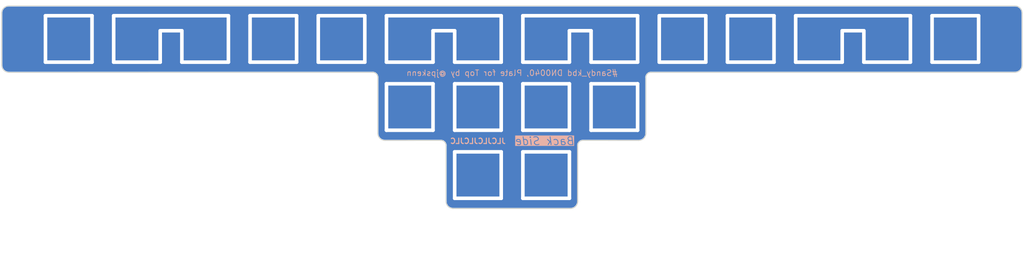
<source format=kicad_pcb>
(kicad_pcb (version 20240108) (generator "pcbnew") (generator_version "8.0")
  (title_block (title "Sandy") (date "2023-01-06") (rev "v.0") (company "@jpskenn"))
  (layers (0 "F.Cu" signal) (31 "B.Cu" signal) (34 "B.Paste" user) (35 "F.Paste" user) (36 "B.SilkS" user "B.Silkscreen") (37 "F.SilkS" user "F.Silkscreen") (38 "B.Mask" user) (39 "F.Mask" user) (44 "Edge.Cuts" user))
  (net 0 "")
  (footprint "locallib:MX-Switch-Hole-1u+1u-with-hole" (layer "F.Cu") (at 138.93031 27.003405)
    (property "Reference" "REF**" (hide yes))
    (property "Value" "MX-Switch-Hole-1u+1u-with-hole")
    (pad "" np_thru_hole roundrect (at -16.025 0 90) (size 14 1) (drill oval 14 1) (layers "F&B.Cu" "*.Mask") (roundrect_rratio 0.5))
    (pad "" np_thru_hole roundrect (at -9.525 6.5) (size 14 1) (drill oval 14 1) (layers "F&B.Cu" "*.Mask") (roundrect_rratio 0.5))
    (pad "" np_thru_hole roundrect (at -3.025 2.1 90) (size 9.8 1) (drill oval 9.8 1) (layers "F&B.Cu" "*.Mask") (roundrect_rratio 0.5))
    (pad "" np_thru_hole roundrect (at 0 -6.5) (size 33.05 1) (drill oval 33.05 1) (layers "F&B.Cu" "*.Mask") (roundrect_rratio 0.5))
    (pad "" np_thru_hole roundrect (at 0 -2.3) (size 7 1) (drill oval 7 1) (layers "F&B.Cu" "*.Mask") (roundrect_rratio 0.5))
    (pad "" np_thru_hole roundrect (at 3.025 2.1 90) (size 9.8 1) (drill oval 9.8 1) (layers "F&B.Cu" "*.Mask") (roundrect_rratio 0.5))
    (pad "" np_thru_hole roundrect (at 9.525 6.5) (size 14 1) (drill oval 14 1) (layers "F&B.Cu" "*.Mask") (roundrect_rratio 0.5))
    (pad "" np_thru_hole roundrect (at 16.025 0 90) (size 14 1) (drill oval 14 1) (layers "F&B.Cu" "*.Mask") (roundrect_rratio 0.5))
  )
  (footprint "Jones.local:MXOnly-1U-Hotswap-guide-dummy" (layer "F.Cu") (at 167.50531 46.053405)
    (property "Reference" "SW_]1")
    (property "Value" "SW_Push")
  )
  (footprint "Jones.local:MXOnly-1U-Hotswap-guide-dummy" (layer "F.Cu") (at 91.30531 27.003405)
    (property "Reference" "SW_3")
    (property "Value" "SW_Push")
  )
  (footprint "locallib:MX-Switch-Hole-1u+1u-with-hole" (layer "F.Cu") (at 253.23031 27.003405)
    (property "Reference" "REF**" (hide yes))
    (property "Value" "MX-Switch-Hole-1u+1u-with-hole")
    (pad "" np_thru_hole roundrect (at -16.025 0 90) (size 14 1) (drill oval 14 1) (layers "F&B.Cu" "*.Mask") (roundrect_rratio 0.5))
    (pad "" np_thru_hole roundrect (at -9.525 6.5) (size 14 1) (drill oval 14 1) (layers "F&B.Cu" "*.Mask") (roundrect_rratio 0.5))
    (pad "" np_thru_hole roundrect (at -3.025 2.1 90) (size 9.8 1) (drill oval 9.8 1) (layers "F&B.Cu" "*.Mask") (roundrect_rratio 0.5))
    (pad "" np_thru_hole roundrect (at 0 -6.5) (size 33.05 1) (drill oval 33.05 1) (layers "F&B.Cu" "*.Mask") (roundrect_rratio 0.5))
    (pad "" np_thru_hole roundrect (at 0 -2.3) (size 7 1) (drill oval 7 1) (layers "F&B.Cu" "*.Mask") (roundrect_rratio 0.5))
    (pad "" np_thru_hole roundrect (at 3.025 2.1 90) (size 9.8 1) (drill oval 9.8 1) (layers "F&B.Cu" "*.Mask") (roundrect_rratio 0.5))
    (pad "" np_thru_hole roundrect (at 9.525 6.5) (size 14 1) (drill oval 14 1) (layers "F&B.Cu" "*.Mask") (roundrect_rratio 0.5))
    (pad "" np_thru_hole roundrect (at 16.025 0 90) (size 14 1) (drill oval 14 1) (layers "F&B.Cu" "*.Mask") (roundrect_rratio 0.5))
  )
  (footprint "clipboard:1d23b097-72e0-487b-bec7-a328ee8b6ed7" (layer "F.Cu") (at 141.239736 50.815854)
    (property "Reference" "" (at 0 0 0) (layer "F.SilkS") (effects (font (size 1.27 1.27))))
    (property "Value" "" (at 0 0 0) (layer "F.SilkS") (effects (font (size 1.27 1.27))))
  )
  (footprint "Jones.local:MXOnly-1U-Hotswap-guide-dummy" (layer "F.Cu") (at 129.40531 46.053405)
    (property "Reference" "SW_T1")
    (property "Value" "SW_Push")
  )
  (footprint "Jones.local:MXOnly-1U-Hotswap-guide-dummy" (layer "F.Cu") (at 205.60531 27.003405)
    (property "Reference" "SW_7")
    (property "Value" "SW_Push")
  )
  (footprint "locallib:60_Outline-Sandy-DN0040-Plate-Top-outer-frame-only" (layer "F.Cu") (at 157.98031 36.528405)
    (property "Reference" "REF**" (hide yes))
    (property "Value" "60_Outline" (hide yes))
    (fp_line (start -142.510786 -2.203468) (end -142.525 -16.75004) (stroke (width 0.3)) (layer "Edge.Cuts"))
    (fp_line (start -140.510786 -0.203468) (end -38.906532 -0.214254) (stroke (width 0.3)) (layer "Edge.Cuts"))
    (fp_line (start -37.470786 16.84996) (end -37.470786 1.221492) (stroke (width 0.3)) (layer "Edge.Cuts"))
    (fp_line (start -35.470786 18.84996) (end -19.856532 18.835746) (stroke (width 0.3)) (layer "Edge.Cuts"))
    (fp_line (start -18.420786 35.89996) (end -18.420786 20.271492) (stroke (width 0.3)) (layer "Edge.Cuts"))
    (fp_line (start -16.420786 37.89996) (end 16.325 37.89996) (stroke (width 0.3)) (layer "Edge.Cuts"))
    (fp_line (start 18.325 35.89996) (end 18.325 20.271492) (stroke (width 0.3)) (layer "Edge.Cuts"))
    (fp_line (start 19.760746 18.835746) (end 35.375 18.84996) (stroke (width 0.3)) (layer "Edge.Cuts"))
    (fp_line (start 37.375 16.84996) (end 37.375 1.221492) (stroke (width 0.3)) (layer "Edge.Cuts"))
    (fp_line (start 38.810746 -0.214254) (end 140.475 -0.214254) (stroke (width 0.3)) (layer "Edge.Cuts"))
    (fp_line (start 140.475 -18.75004) (end -140.525 -18.75004) (stroke (width 0.3)) (layer "Edge.Cuts"))
    (fp_line (start 142.475 -2.214254) (end 142.475 -16.75004) (stroke (width 0.3)) (layer "Edge.Cuts"))
    (fp_arc (start -142.525 -16.75004) (mid -141.939214 -18.164254) (end -140.525 -18.75004) (stroke (width 0.3)) (layer "Edge.Cuts"))
    (fp_arc (start -140.510786 -0.203468) (mid -141.925 -0.789254) (end -142.510786 -2.203468) (stroke (width 0.3)) (layer "Edge.Cuts"))
    (fp_arc (start -38.906532 -0.214254) (mid -37.891306 0.206266) (end -37.470786 1.221492) (stroke (width 0.3)) (layer "Edge.Cuts"))
    (fp_arc (start -35.470786 18.84996) (mid -36.885 18.264174) (end -37.470786 16.84996) (stroke (width 0.3)) (layer "Edge.Cuts"))
    (fp_arc (start -19.856532 18.835746) (mid -18.841306 19.256266) (end -18.420786 20.271492) (stroke (width 0.3)) (layer "Edge.Cuts"))
    (fp_arc (start -16.420786 37.89996) (mid -17.835 37.314174) (end -18.420786 35.89996) (stroke (width 0.3)) (layer "Edge.Cuts"))
    (fp_arc (start 18.325 20.271492) (mid 18.745535 19.256282) (end 19.760746 18.835746) (stroke (width 0.3)) (layer "Edge.Cuts"))
    (fp_arc (start 18.325 35.89996) (mid 17.739208 37.314168) (end 16.325 37.89996) (stroke (width 0.3)) (layer "Edge.Cuts"))
    (fp_arc (start 37.375 1.221492) (mid 37.795534 0.206278) (end 38.810746 -0.214254) (stroke (width 0.3)) (layer "Edge.Cuts"))
    (fp_arc (start 37.375 16.84996) (mid 36.789208 18.264168) (end 35.375 18.84996) (stroke (width 0.3)) (layer "Edge.Cuts"))
    (fp_arc (start 140.475 -18.75004) (mid 141.889257 -18.164285) (end 142.475 -16.75004) (stroke (width 0.3)) (layer "Edge.Cuts"))
    (fp_arc (start 142.475 -2.214254) (mid 141.889197 -0.80007) (end 140.475 -0.214254) (stroke (width 0.3)) (layer "Edge.Cuts"))
  )
  (footprint "locallib:MX-Switch-Hole-1u+1u-with-hole" (layer "F.Cu") (at 177.03031 27.003405)
    (property "Reference" "REF**" (hide yes))
    (property "Value" "MX-Switch-Hole-1u+1u-with-hole")
    (pad "" np_thru_hole roundrect (at -16.025 0 90) (size 14 1) (drill oval 14 1) (layers "F&B.Cu" "*.Mask") (roundrect_rratio 0.5))
    (pad "" np_thru_hole roundrect (at -9.525 6.5) (size 14 1) (drill oval 14 1) (layers "F&B.Cu" "*.Mask") (roundrect_rratio 0.5))
    (pad "" np_thru_hole roundrect (at -3.025 2.1 90) (size 9.8 1) (drill oval 9.8 1) (layers "F&B.Cu" "*.Mask") (roundrect_rratio 0.5))
    (pad "" np_thru_hole roundrect (at 0 -6.5) (size 33.05 1) (drill oval 33.05 1) (layers "F&B.Cu" "*.Mask") (roundrect_rratio 0.5))
    (pad "" np_thru_hole roundrect (at 0 -2.3) (size 7 1) (drill oval 7 1) (layers "F&B.Cu" "*.Mask") (roundrect_rratio 0.5))
    (pad "" np_thru_hole roundrect (at 3.025 2.1 90) (size 9.8 1) (drill oval 9.8 1) (layers "F&B.Cu" "*.Mask") (roundrect_rratio 0.5))
    (pad "" np_thru_hole roundrect (at 9.525 6.5) (size 14 1) (drill oval 14 1) (layers "F&B.Cu" "*.Mask") (roundrect_rratio 0.5))
    (pad "" np_thru_hole roundrect (at 16.025 0 90) (size 14 1) (drill oval 14 1) (layers "F&B.Cu" "*.Mask") (roundrect_rratio 0.5))
  )
  (footprint "Jones.local:MXOnly-1U-Hotswap-guide-dummy" (layer "F.Cu") (at 72.25531 27.003405)
    (property "Reference" "SW_2")
    (property "Value" "SW_Push")
  )
  (footprint "Jones.local:MXOnly-1U-Hotswap-guide-dummy" (layer "F.Cu") (at 167.433435 27.003405)
    (property "Reference" "SW_6")
    (property "Value" "SW_Push")
  )
  (footprint "Jones.local:MXOnly-1U-Hotswap-guide-dummy" (layer "F.Cu") (at 243.70531 27.003405)
    (property "Reference" "SW_9")
    (property "Value" "SW_Push")
  )
  (footprint "locallib:MX-Switch-Hole" (layer "F.Cu") (at 167.50531 65.103405)
    (property "Reference" "REF**" (hide yes))
    (property "Value" "MX-Switch-Hole")
    (pad "" np_thru_hole roundrect (at -6.5 0 90) (size 14 1) (drill oval 14 1) (layers "F&B.Cu" "*.Mask") (roundrect_rratio 0.5))
    (pad "" np_thru_hole roundrect (at 0 -6.5) (size 14 1) (drill oval 14 1) (layers "F&B.Cu" "*.Mask") (roundrect_rratio 0.5))
    (pad "" np_thru_hole roundrect (at 0 6.5) (size 14 1) (drill oval 14 1) (layers "F&B.Cu" "*.Mask") (roundrect_rratio 0.5))
    (pad "" np_thru_hole roundrect (at 6.5 0 90) (size 14 1) (drill oval 14 1) (layers "F&B.Cu" "*.Mask") (roundrect_rratio 0.5))
  )
  (footprint "locallib:MX-Switch-Hole" (layer "F.Cu") (at 110.35531 27.003405)
    (property "Reference" "REF**" (hide yes))
    (property "Value" "MX-Switch-Hole")
    (pad "" np_thru_hole roundrect (at -6.5 0 90) (size 14 1) (drill oval 14 1) (layers "F&B.Cu" "*.Mask") (roundrect_rratio 0.5))
    (pad "" np_thru_hole roundrect (at 0 -6.5) (size 14 1) (drill oval 14 1) (layers "F&B.Cu" "*.Mask") (roundrect_rratio 0.5))
    (pad "" np_thru_hole roundrect (at 0 6.5) (size 14 1) (drill oval 14 1) (layers "F&B.Cu" "*.Mask") (roundrect_rratio 0.5))
    (pad "" np_thru_hole roundrect (at 6.5 0 90) (size 14 1) (drill oval 14 1) (layers "F&B.Cu" "*.Mask") (roundrect_rratio 0.5))
  )
  (footprint "Jones.local:MXOnly-1U-Hotswap-guide-dummy" (layer "F.Cu") (at 129.40531 27.003405)
    (property "Reference" "SW_5")
    (property "Value" "SW_Push")
  )
  (footprint "locallib:MX-Switch-Hole" (layer "F.Cu") (at 148.45531 65.103405)
    (property "Reference" "REF**" (hide yes))
    (property "Value" "MX-Switch-Hole")
    (pad "" np_thru_hole roundrect (at -6.5 0 90) (size 14 1) (drill oval 14 1) (layers "F&B.Cu" "*.Mask") (roundrect_rratio 0.5))
    (pad "" np_thru_hole roundrect (at 0 -6.5) (size 14 1) (drill oval 14 1) (layers "F&B.Cu" "*.Mask") (roundrect_rratio 0.5))
    (pad "" np_thru_hole roundrect (at 0 6.5) (size 14 1) (drill oval 14 1) (layers "F&B.Cu" "*.Mask") (roundrect_rratio 0.5))
    (pad "" np_thru_hole roundrect (at 6.5 0 90) (size 14 1) (drill oval 14 1) (layers "F&B.Cu" "*.Mask") (roundrect_rratio 0.5))
  )
  (footprint "Jones.local:MXOnly-1U-Hotswap-guide-dummy" (layer "F.Cu") (at 224.65531 27.003405)
    (property "Reference" "SW_8")
    (property "Value" "SW_Push")
  )
  (footprint "Jones.local:MXOnly-1U-Hotswap-guide-dummy" (layer "F.Cu") (at 148.45531 46.053405)
    (property "Reference" "SW_[1")
    (property "Value" "SW_Push")
  )
  (footprint "locallib:MX-Switch-Hole" (layer "F.Cu") (at 205.60531 27.003405)
    (property "Reference" "REF**" (hide yes))
    (property "Value" "MX-Switch-Hole")
    (pad "" np_thru_hole roundrect (at -6.5 0 90) (size 14 1) (drill oval 14 1) (layers "F&B.Cu" "*.Mask") (roundrect_rratio 0.5))
    (pad "" np_thru_hole roundrect (at 0 -6.5) (size 14 1) (drill oval 14 1) (layers "F&B.Cu" "*.Mask") (roundrect_rratio 0.5))
    (pad "" np_thru_hole roundrect (at 0 6.5) (size 14 1) (drill oval 14 1) (layers "F&B.Cu" "*.Mask") (roundrect_rratio 0.5))
    (pad "" np_thru_hole roundrect (at 6.5 0 90) (size 14 1) (drill oval 14 1) (layers "F&B.Cu" "*.Mask") (roundrect_rratio 0.5))
  )
  (footprint "Jones.local:MXOnly-1U-Hotswap-guide-dummy" (layer "F.Cu") (at 262.75531 27.003405)
    (property "Reference" "SW_10")
    (property "Value" "SW_Push")
  )
  (footprint "Jones.local:MXOnly-1U-Hotswap-guide-dummy" (layer "F.Cu") (at 167.50531 65.103405)
    (property "Reference" "SW_'1")
    (property "Value" "SW_Push")
  )
  (footprint "Jones.local:MXOnly-1U-Hotswap-guide-dummy" (layer "F.Cu") (at 148.45531 65.103405)
    (property "Reference" "SW_;1")
    (property "Value" "SW_Push")
  )
  (footprint "Jones.local:MXOnly-1U-Hotswap-guide-dummy" (layer "F.Cu") (at 281.80531 27.003405)
    (property "Reference" "SW_INS1")
    (property "Value" "SW_Push")
  )
  (footprint "locallib:MX-Switch-Hole" (layer "F.Cu") (at 186.55531 46.053405)
    (property "Reference" "REF**" (hide yes))
    (property "Value" "MX-Switch-Hole")
    (pad "" np_thru_hole roundrect (at -6.5 0 90) (size 14 1) (drill oval 14 1) (layers "F&B.Cu" "*.Mask") (roundrect_rratio 0.5))
    (pad "" np_thru_hole roundrect (at 0 -6.5) (size 14 1) (drill oval 14 1) (layers "F&B.Cu" "*.Mask") (roundrect_rratio 0.5))
    (pad "" np_thru_hole roundrect (at 0 6.5) (size 14 1) (drill oval 14 1) (layers "F&B.Cu" "*.Mask") (roundrect_rratio 0.5))
    (pad "" np_thru_hole roundrect (at 6.5 0 90) (size 14 1) (drill oval 14 1) (layers "F&B.Cu" "*.Mask") (roundrect_rratio 0.5))
  )
  (footprint "Jones.local:MXOnly-1U-Hotswap-guide-dummy" (layer "F.Cu") (at 34.15531 27.003405)
    (property "Reference" "SW_ESC1")
    (property "Value" "SW_Push")
  )
  (footprint "locallib:MX-Switch-Hole" (layer "F.Cu") (at 167.50531 46.053405)
    (property "Reference" "REF**" (hide yes))
    (property "Value" "MX-Switch-Hole")
    (pad "" np_thru_hole roundrect (at -6.5 0 90) (size 14 1) (drill oval 14 1) (layers "F&B.Cu" "*.Mask") (roundrect_rratio 0.5))
    (pad "" np_thru_hole roundrect (at 0 -6.5) (size 14 1) (drill oval 14 1) (layers "F&B.Cu" "*.Mask") (roundrect_rratio 0.5))
    (pad "" np_thru_hole roundrect (at 0 6.5) (size 14 1) (drill oval 14 1) (layers "F&B.Cu" "*.Mask") (roundrect_rratio 0.5))
    (pad "" np_thru_hole roundrect (at 6.5 0 90) (size 14 1) (drill oval 14 1) (layers "F&B.Cu" "*.Mask") (roundrect_rratio 0.5))
  )
  (footprint "locallib:MX-Switch-Hole" (layer "F.Cu") (at 91.30531 27.003405)
    (property "Reference" "REF**" (hide yes))
    (property "Value" "MX-Switch-Hole")
    (pad "" np_thru_hole roundrect (at -6.5 0 90) (size 14 1) (drill oval 14 1) (layers "F&B.Cu" "*.Mask") (roundrect_rratio 0.5))
    (pad "" np_thru_hole roundrect (at 0 -6.5) (size 14 1) (drill oval 14 1) (layers "F&B.Cu" "*.Mask") (roundrect_rratio 0.5))
    (pad "" np_thru_hole roundrect (at 0 6.5) (size 14 1) (drill oval 14 1) (layers "F&B.Cu" "*.Mask") (roundrect_rratio 0.5))
    (pad "" np_thru_hole roundrect (at 6.5 0 90) (size 14 1) (drill oval 14 1) (layers "F&B.Cu" "*.Mask") (roundrect_rratio 0.5))
  )
  (footprint "locallib:MX-Switch-Hole-1u+1u-with-hole" (layer "F.Cu") (at 62.73031 27.003405)
    (property "Reference" "REF**" (hide yes))
    (property "Value" "MX-Switch-Hole-1u+1u-with-hole")
    (pad "" np_thru_hole roundrect (at -16.025 0 90) (size 14 1) (drill oval 14 1) (layers "F&B.Cu" "*.Mask") (roundrect_rratio 0.5))
    (pad "" np_thru_hole roundrect (at -9.525 6.5) (size 14 1) (drill oval 14 1) (layers "F&B.Cu" "*.Mask") (roundrect_rratio 0.5))
    (pad "" np_thru_hole roundrect (at -3.025 2.1 90) (size 9.8 1) (drill oval 9.8 1) (layers "F&B.Cu" "*.Mask") (roundrect_rratio 0.5))
    (pad "" np_thru_hole roundrect (at 0 -6.5) (size 33.05 1) (drill oval 33.05 1) (layers "F&B.Cu" "*.Mask") (roundrect_rratio 0.5))
    (pad "" np_thru_hole roundrect (at 0 -2.3) (size 7 1) (drill oval 7 1) (layers "F&B.Cu" "*.Mask") (roundrect_rratio 0.5))
    (pad "" np_thru_hole roundrect (at 3.025 2.1 90) (size 9.8 1) (drill oval 9.8 1) (layers "F&B.Cu" "*.Mask") (roundrect_rratio 0.5))
    (pad "" np_thru_hole roundrect (at 9.525 6.5) (size 14 1) (drill oval 14 1) (layers "F&B.Cu" "*.Mask") (roundrect_rratio 0.5))
    (pad "" np_thru_hole roundrect (at 16.025 0 90) (size 14 1) (drill oval 14 1) (layers "F&B.Cu" "*.Mask") (roundrect_rratio 0.5))
  )
  (footprint "Jones.local:MXOnly-1U-Hotswap-guide-dummy" (layer "F.Cu") (at 186.55531 46.053405)
    (property "Reference" "SW_Y1")
    (property "Value" "SW_Push")
  )
  (footprint "Jones.local:MXOnly-1U-Hotswap-guide-dummy" (layer "F.Cu") (at 148.45531 27.003405)
    (property "Reference" "SW_=1")
    (property "Value" "SW_Push")
  )
  (footprint "locallib:MX-Switch-Hole" (layer "F.Cu") (at 224.65531 27.003405)
    (property "Reference" "REF**" (hide yes))
    (property "Value" "MX-Switch-Hole")
    (pad "" np_thru_hole roundrect (at -6.5 0 90) (size 14 1) (drill oval 14 1) (layers "F&B.Cu" "*.Mask") (roundrect_rratio 0.5))
    (pad "" np_thru_hole roundrect (at 0 -6.5) (size 14 1) (drill oval 14 1) (layers "F&B.Cu" "*.Mask") (roundrect_rratio 0.5))
    (pad "" np_thru_hole roundrect (at 0 6.5) (size 14 1) (drill oval 14 1) (layers "F&B.Cu" "*.Mask") (roundrect_rratio 0.5))
    (pad "" np_thru_hole roundrect (at 6.5 0 90) (size 14 1) (drill oval 14 1) (layers "F&B.Cu" "*.Mask") (roundrect_rratio 0.5))
  )
  (footprint "locallib:MX-Switch-Hole" (layer "F.Cu") (at 129.40531 46.053405)
    (property "Reference" "REF**" (hide yes))
    (property "Value" "MX-Switch-Hole")
    (pad "" np_thru_hole roundrect (at -6.5 0 90) (size 14 1) (drill oval 14 1) (layers "F&B.Cu" "*.Mask") (roundrect_rratio 0.5))
    (pad "" np_thru_hole roundrect (at 0 -6.5) (size 14 1) (drill oval 14 1) (layers "F&B.Cu" "*.Mask") (roundrect_rratio 0.5))
    (pad "" np_thru_hole roundrect (at 0 6.5) (size 14 1) (drill oval 14 1) (layers "F&B.Cu" "*.Mask") (roundrect_rratio 0.5))
    (pad "" np_thru_hole roundrect (at 6.5 0 90) (size 14 1) (drill oval 14 1) (layers "F&B.Cu" "*.Mask") (roundrect_rratio 0.5))
  )
  (footprint "locallib:MX-Switch-Hole" (layer "F.Cu") (at 281.80531 27.003405)
    (property "Reference" "REF**" (hide yes))
    (property "Value" "MX-Switch-Hole")
    (pad "" np_thru_hole roundrect (at -6.5 0 90) (size 14 1) (drill oval 14 1) (layers "F&B.Cu" "*.Mask") (roundrect_rratio 0.5))
    (pad "" np_thru_hole roundrect (at 0 -6.5) (size 14 1) (drill oval 14 1) (layers "F&B.Cu" "*.Mask") (roundrect_rratio 0.5))
    (pad "" np_thru_hole roundrect (at 0 6.5) (size 14 1) (drill oval 14 1) (layers "F&B.Cu" "*.Mask") (roundrect_rratio 0.5))
    (pad "" np_thru_hole roundrect (at 6.5 0 90) (size 14 1) (drill oval 14 1) (layers "F&B.Cu" "*.Mask") (roundrect_rratio 0.5))
  )
  (footprint "Jones.local:MXOnly-1U-Hotswap-guide-dummy" (layer "F.Cu") (at 53.20531 27.003405)
    (property "Reference" "SW_1")
    (property "Value" "SW_Push")
  )
  (footprint "Jones.local:MXOnly-1U-Hotswap-guide-dummy" (layer "F.Cu") (at 110.35531 27.003405)
    (property "Reference" "SW_4")
    (property "Value" "SW_Push")
  )
  (footprint "locallib:MX-Switch-Hole" (layer "F.Cu") (at 148.45531 46.053405)
    (property "Reference" "REF**" (hide yes))
    (property "Value" "MX-Switch-Hole")
    (pad "" np_thru_hole roundrect (at -6.5 0 90) (size 14 1) (drill oval 14 1) (layers "F&B.Cu" "*.Mask") (roundrect_rratio 0.5))
    (pad "" np_thru_hole roundrect (at 0 -6.5) (size 14 1) (drill oval 14 1) (layers "F&B.Cu" "*.Mask") (roundrect_rratio 0.5))
    (pad "" np_thru_hole roundrect (at 0 6.5) (size 14 1) (drill oval 14 1) (layers "F&B.Cu" "*.Mask") (roundrect_rratio 0.5))
    (pad "" np_thru_hole roundrect (at 6.5 0 90) (size 14 1) (drill oval 14 1) (layers "F&B.Cu" "*.Mask") (roundrect_rratio 0.5))
  )
  (footprint "locallib:MX-Switch-Hole" (layer "F.Cu") (at 34.15531 27.003405)
    (property "Reference" "REF**" (hide yes))
    (property "Value" "MX-Switch-Hole")
    (pad "" np_thru_hole roundrect (at -6.5 0 90) (size 14 1) (drill oval 14 1) (layers "F&B.Cu" "*.Mask") (roundrect_rratio 0.5))
    (pad "" np_thru_hole roundrect (at 0 -6.5) (size 14 1) (drill oval 14 1) (layers "F&B.Cu" "*.Mask") (roundrect_rratio 0.5))
    (pad "" np_thru_hole roundrect (at 0 6.5) (size 14 1) (drill oval 14 1) (layers "F&B.Cu" "*.Mask") (roundrect_rratio 0.5))
    (pad "" np_thru_hole roundrect (at 6.5 0 90) (size 14 1) (drill oval 14 1) (layers "F&B.Cu" "*.Mask") (roundrect_rratio 0.5))
  )
  (footprint "Jones.local:MXOnly-1U-Hotswap-guide-dummy" (layer "F.Cu") (at 186.55531 27.003405)
    (property "Reference" "SW_-1")
    (property "Value" "SW_Push")
  )
  (gr_text "Back Side" (at 167.20531 55.578405 0) (layer "B.SilkS" knockout) (effects (font (size 2.2 2.2) (thickness 0.225) (italic yes)) (justify mirror)))
  (gr_text "JLCJLCJLCJLC" (at 148.45531 55.578405 0) (layer "B.SilkS") (effects (font (size 1.5 1.5) (thickness 0.3)) (justify mirror)))
  (gr_text "#Sandy_kbd DN0040, Plate for Top by @jpskenn" (at 157.98031 36.528405 0) (layer "B.SilkS") (effects (font (size 1.6 1.6) (thickness 0.2)) (justify mirror)))
  (zone (net 0) (net_name "") (layers "F&B.Cu") (connect_pads (clearance 0.3556)) (min_thickness 0.254) (fill yes (thermal_gap 0.508) (thermal_bridge_width 0.508))
    (polygon (pts (xy 300.85531 74.628405) (xy 15.10531 74.628405) (xy 15.10531 17.478405) (xy 300.85531 17.478405)))
  )
)
</source>
